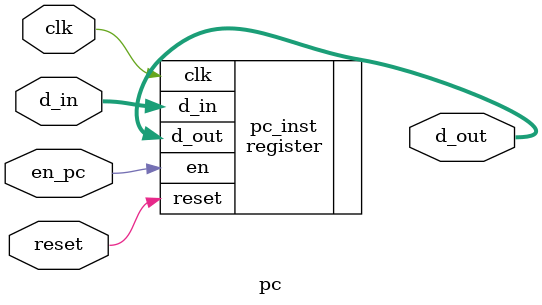
<source format=v>
module pc (
    input clk,
    input en_pc, // Enable PC
    input reset, // Active-low reset
    input [7:0] d_in, // Input memory address
    output reg [7:0] d_out // Output memory address
);
    register pc_inst(
        .clk(clk), 
        .reset(reset), 
        .en(en_pc), 
        .d_in(d_in),
        .d_out(d_out)
    );


endmodule

</source>
